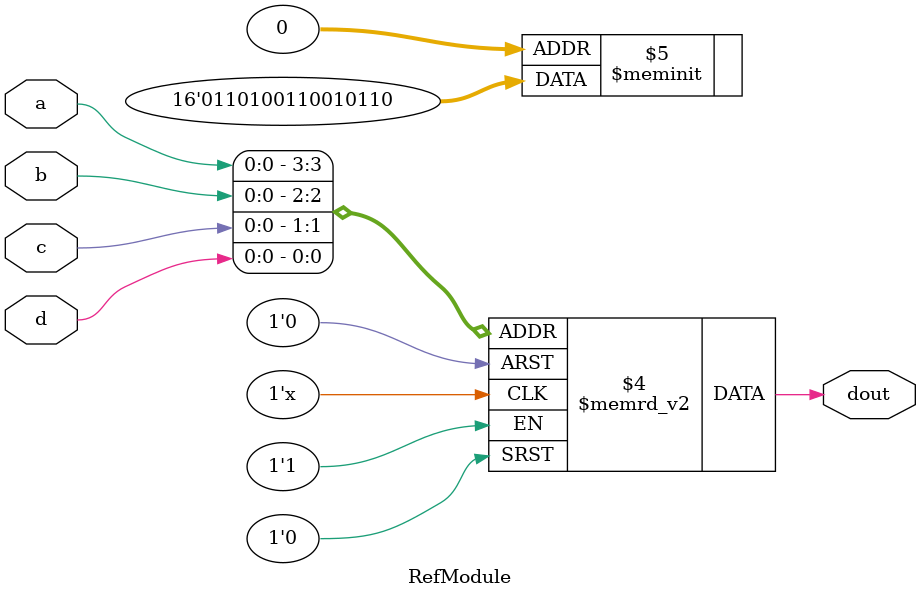
<source format=sv>

module RefModule (
  input a,
  input b,
  input c,
  input d,
  output reg dout
);

  always @(*) begin
    case({a,b,c,d})
      4'h0: dout = 0;
      4'h1: dout = 1;
      4'h3: dout = 0;
      4'h2: dout = 1;
      4'h4: dout = 1;
      4'h5: dout = 0;
      4'h7: dout = 1;
      4'h6: dout = 0;
      4'hc: dout = 0;
      4'hd: dout = 1;
      4'hf: dout = 0;
      4'he: dout = 1;
      4'h8: dout = 1;
      4'h9: dout = 0;
      4'hb: dout = 1;
      4'ha: dout = 0;
    endcase
  end

endmodule


</source>
